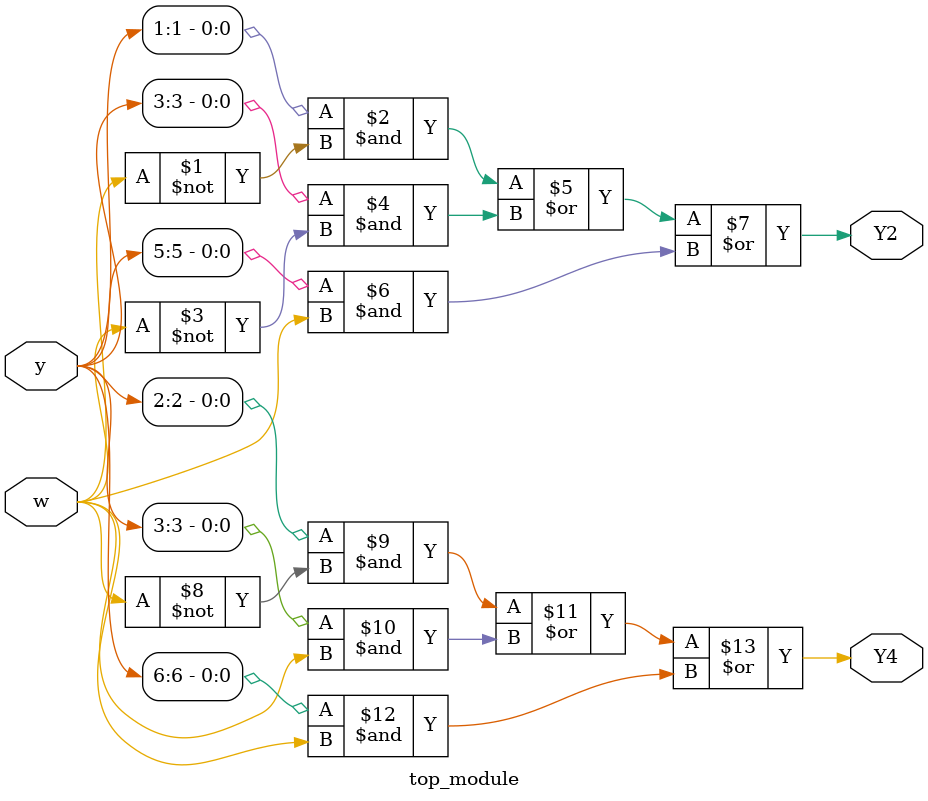
<source format=sv>
module top_module (
    input [6:1] y,
    input w,
    output Y2,
    output Y4
);

// Next-state logic for y[2]
assign Y2 = (y[1] & ~w) | (y[3] & ~w) | (y[5] & w);

// Next-state logic for y[4]
assign Y4 = (y[2] & ~w) | (y[3] & w) | (y[6] & w);

endmodule

</source>
